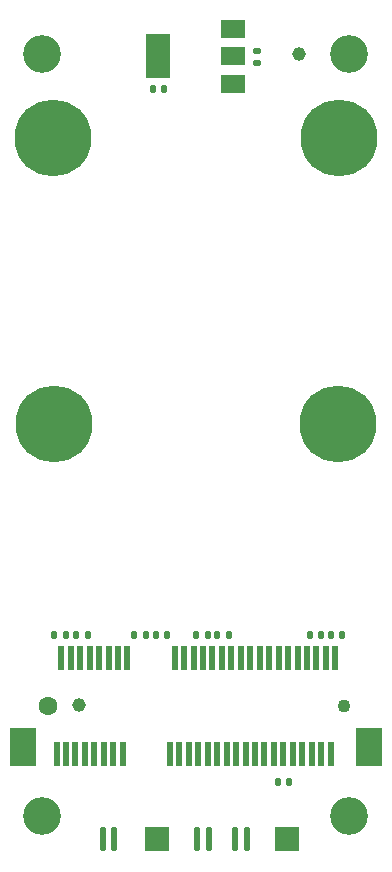
<source format=gts>
%TF.GenerationSoftware,KiCad,Pcbnew,(6.0.2)*%
%TF.CreationDate,2022-02-24T00:22:58+01:00*%
%TF.ProjectId,mini-pcie-breakout,6d696e69-2d70-4636-9965-2d627265616b,rev?*%
%TF.SameCoordinates,Original*%
%TF.FileFunction,Soldermask,Top*%
%TF.FilePolarity,Negative*%
%FSLAX46Y46*%
G04 Gerber Fmt 4.6, Leading zero omitted, Abs format (unit mm)*
G04 Created by KiCad (PCBNEW (6.0.2)) date 2022-02-24 00:22:58*
%MOMM*%
%LPD*%
G01*
G04 APERTURE LIST*
G04 Aperture macros list*
%AMRoundRect*
0 Rectangle with rounded corners*
0 $1 Rounding radius*
0 $2 $3 $4 $5 $6 $7 $8 $9 X,Y pos of 4 corners*
0 Add a 4 corners polygon primitive as box body*
4,1,4,$2,$3,$4,$5,$6,$7,$8,$9,$2,$3,0*
0 Add four circle primitives for the rounded corners*
1,1,$1+$1,$2,$3*
1,1,$1+$1,$4,$5*
1,1,$1+$1,$6,$7*
1,1,$1+$1,$8,$9*
0 Add four rect primitives between the rounded corners*
20,1,$1+$1,$2,$3,$4,$5,0*
20,1,$1+$1,$4,$5,$6,$7,0*
20,1,$1+$1,$6,$7,$8,$9,0*
20,1,$1+$1,$8,$9,$2,$3,0*%
G04 Aperture macros list end*
%ADD10C,1.152000*%
%ADD11RoundRect,0.135000X-0.135000X-0.185000X0.135000X-0.185000X0.135000X0.185000X-0.135000X0.185000X0*%
%ADD12RoundRect,0.140000X-0.140000X-0.170000X0.140000X-0.170000X0.140000X0.170000X-0.140000X0.170000X0*%
%ADD13C,6.500000*%
%ADD14RoundRect,0.140000X-0.170000X0.140000X-0.170000X-0.140000X0.170000X-0.140000X0.170000X0.140000X0*%
%ADD15R,2.000000X2.000000*%
%ADD16C,3.200000*%
%ADD17RoundRect,0.125000X-0.125000X-0.875000X0.125000X-0.875000X0.125000X0.875000X-0.125000X0.875000X0*%
%ADD18C,1.100000*%
%ADD19C,1.600000*%
%ADD20R,0.600000X2.000000*%
%ADD21R,2.300000X3.200000*%
%ADD22R,2.000000X1.500000*%
%ADD23R,2.000000X3.800000*%
%ADD24RoundRect,0.140000X0.140000X0.170000X-0.140000X0.170000X-0.140000X-0.170000X0.140000X-0.170000X0*%
G04 APERTURE END LIST*
D10*
%TO.C,H10*%
X68750000Y-31500000D03*
%TD*%
%TO.C,H9*%
X50110141Y-86650000D03*
%TD*%
D11*
%TO.C,R1*%
X54800000Y-80710000D03*
X55820000Y-80710000D03*
%TD*%
D12*
%TO.C,C10*%
X56670000Y-80700000D03*
X57630000Y-80700000D03*
%TD*%
D13*
%TO.C,H4*%
X48000000Y-62800000D03*
%TD*%
%TO.C,H3*%
X72100000Y-62800000D03*
%TD*%
%TO.C,H2*%
X47950000Y-38650000D03*
%TD*%
%TO.C,H1*%
X72150000Y-38650000D03*
%TD*%
D12*
%TO.C,C9*%
X56389999Y-34500000D03*
X57349999Y-34500000D03*
%TD*%
D14*
%TO.C,C8*%
X65250000Y-32250000D03*
X65250000Y-31290000D03*
%TD*%
D15*
%TO.C,TP2*%
X56750000Y-98000000D03*
%TD*%
%TO.C,TP1*%
X67750000Y-98000000D03*
%TD*%
D16*
%TO.C,H8*%
X47000000Y-96000000D03*
%TD*%
%TO.C,H7*%
X47000000Y-31500000D03*
%TD*%
%TO.C,H6*%
X73000000Y-96000000D03*
%TD*%
%TO.C,H5*%
X73000000Y-31500000D03*
%TD*%
D17*
%TO.C,J4*%
X53150000Y-98000000D03*
X52150000Y-98000000D03*
%TD*%
%TO.C,J3*%
X63350000Y-98000000D03*
X64350000Y-98000000D03*
%TD*%
%TO.C,J2*%
X60150000Y-98000000D03*
X61150000Y-98000000D03*
%TD*%
D18*
%TO.C,J1*%
X72550000Y-86700000D03*
D19*
X47550000Y-86700000D03*
D20*
X48250000Y-90800000D03*
X48650000Y-82600000D03*
X49050000Y-90800000D03*
X49450000Y-82600000D03*
X49850000Y-90800000D03*
X50250000Y-82600000D03*
X50650000Y-90800000D03*
X51050000Y-82600000D03*
X51450000Y-90800000D03*
X51850000Y-82600000D03*
X52250000Y-90800000D03*
X52650000Y-82600000D03*
X53050000Y-90800000D03*
X53450000Y-82600000D03*
X53850000Y-90800000D03*
X54250000Y-82600000D03*
X57850000Y-90800000D03*
X58250000Y-82600000D03*
X58650000Y-90800000D03*
X59050000Y-82600000D03*
X59450000Y-90800000D03*
X59850000Y-82600000D03*
X60250000Y-90800000D03*
X60650000Y-82600000D03*
X61050000Y-90800000D03*
X61450000Y-82600000D03*
X61850000Y-90800000D03*
X62250000Y-82600000D03*
X62650000Y-90800000D03*
X63050000Y-82600000D03*
X63450000Y-90800000D03*
X63850000Y-82600000D03*
X64250000Y-90800000D03*
X64650000Y-82600000D03*
X65050000Y-90800000D03*
X65450000Y-82600000D03*
X65850000Y-90800000D03*
X66250000Y-82600000D03*
X66650000Y-90800000D03*
X67050000Y-82600000D03*
X67450000Y-90800000D03*
X67850000Y-82600000D03*
X68250000Y-90800000D03*
X68650000Y-82600000D03*
X69050000Y-90800000D03*
X69450000Y-82600000D03*
X69850000Y-90800000D03*
X70250000Y-82600000D03*
X70650000Y-90800000D03*
X71050000Y-82600000D03*
X71450000Y-90800000D03*
X71850000Y-82600000D03*
D21*
X74700000Y-90200000D03*
X45400000Y-90200000D03*
%TD*%
D22*
%TO.C,U1*%
X63150000Y-34000000D03*
D23*
X56850000Y-31700000D03*
D22*
X63150000Y-31700000D03*
X63150000Y-29400000D03*
%TD*%
D24*
%TO.C,C7*%
X50880000Y-80700000D03*
X49920000Y-80700000D03*
%TD*%
%TO.C,C6*%
X62830000Y-80700000D03*
X61870000Y-80700000D03*
%TD*%
D12*
%TO.C,C5*%
X48070000Y-80700000D03*
X49030000Y-80700000D03*
%TD*%
%TO.C,C4*%
X66970000Y-93150000D03*
X67930000Y-93150000D03*
%TD*%
D24*
%TO.C,C3*%
X71470000Y-80700000D03*
X72430000Y-80700000D03*
%TD*%
D12*
%TO.C,C2*%
X69670000Y-80700000D03*
X70630000Y-80700000D03*
%TD*%
%TO.C,C1*%
X60070000Y-80700000D03*
X61030000Y-80700000D03*
%TD*%
M02*

</source>
